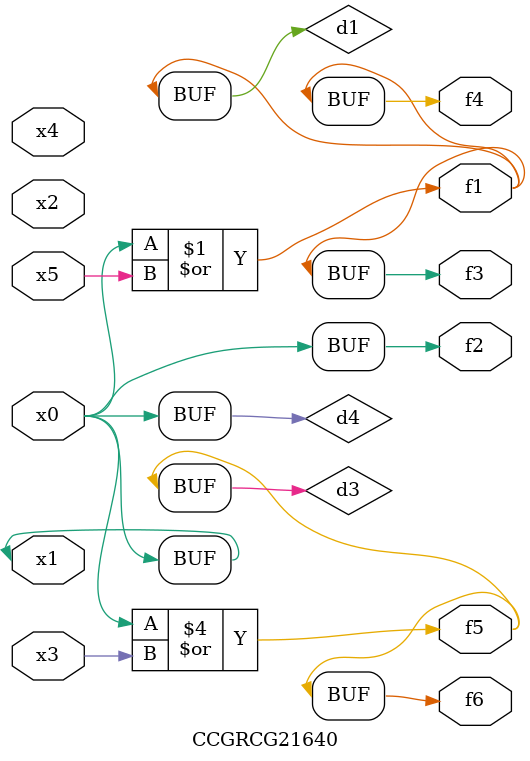
<source format=v>
module CCGRCG21640(
	input x0, x1, x2, x3, x4, x5,
	output f1, f2, f3, f4, f5, f6
);

	wire d1, d2, d3, d4;

	or (d1, x0, x5);
	xnor (d2, x1, x4);
	or (d3, x0, x3);
	buf (d4, x0, x1);
	assign f1 = d1;
	assign f2 = d4;
	assign f3 = d1;
	assign f4 = d1;
	assign f5 = d3;
	assign f6 = d3;
endmodule

</source>
